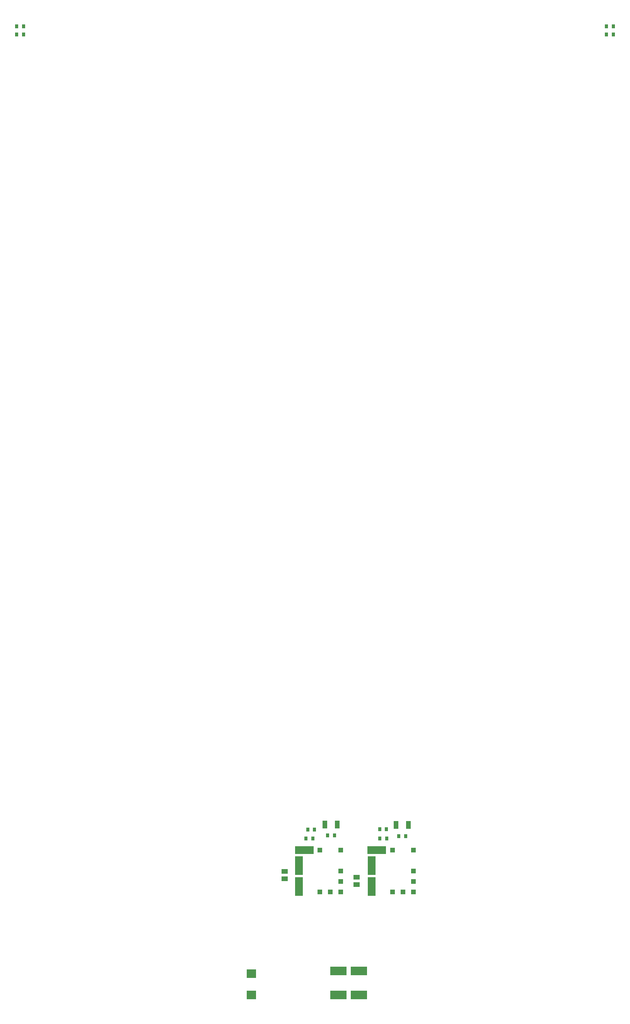
<source format=gtp>
%FSTAX24Y24*%
%MOIN*%
%SFA1B1*%

%IPPOS*%
%ADD10R,0.083900X0.078300*%
%ADD11R,0.027600X0.035400*%
%ADD12R,0.069700X0.160200*%
%ADD13R,0.160200X0.069700*%
%ADD14R,0.039800X0.039800*%
%ADD15R,0.043300X0.066900*%
%ADD16R,0.055100X0.043300*%
%ADD17R,0.031500X0.035400*%
%ADD18R,0.141700X0.072800*%
%LNtoasterbigboard-1*%
%LPD*%
G54D10*
X07783Y029361D03*
Y031219D03*
G54D11*
X108459Y11275D03*
X10905D03*
X0582D03*
X057609D03*
X091145Y04305D03*
X090555D03*
X088905Y04285D03*
X089495D03*
X084995Y0431D03*
X084405D03*
X082555Y04285D03*
X083145D03*
X109045Y11205D03*
X108455D03*
X057609D03*
X0582D03*
G54D12*
X088199Y040501D03*
Y038702D03*
X081949Y040501D03*
Y038702D03*
G54D13*
X088648Y041851D03*
X082398D03*
G54D14*
X091801Y040052D03*
Y038249D03*
Y03915D03*
X089998Y041851D03*
Y038249D03*
X0909D03*
X091801Y041851D03*
X085551Y040052D03*
Y038249D03*
Y03915D03*
X083748Y041851D03*
Y038249D03*
X08465D03*
X085551Y041851D03*
G54D15*
X091382Y044D03*
X090318D03*
X085232Y04405D03*
X084169D03*
G54D16*
X0869Y039515D03*
Y038885D03*
X0807Y040015D03*
Y039385D03*
G54D17*
X088924Y04365D03*
X089476D03*
X082724Y0436D03*
X083276D03*
G54D18*
X0871Y03143D03*
Y02937D03*
X08535Y03143D03*
Y02937D03*
M02*
</source>
